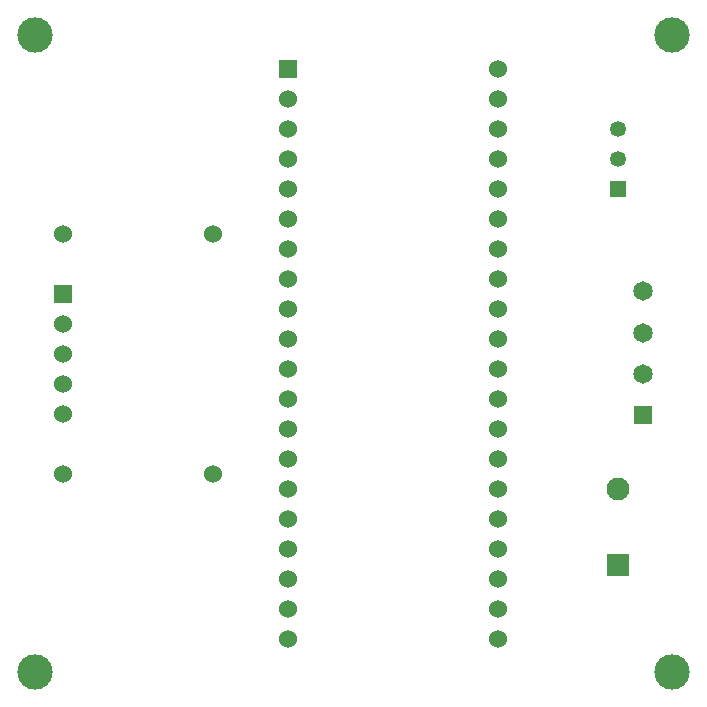
<source format=gbr>
%TF.GenerationSoftware,KiCad,Pcbnew,8.0.8*%
%TF.CreationDate,2025-04-07T19:22:35+01:00*%
%TF.ProjectId,Pico ToF,5069636f-2054-46f4-962e-6b696361645f,rev?*%
%TF.SameCoordinates,Original*%
%TF.FileFunction,Soldermask,Bot*%
%TF.FilePolarity,Negative*%
%FSLAX46Y46*%
G04 Gerber Fmt 4.6, Leading zero omitted, Abs format (unit mm)*
G04 Created by KiCad (PCBNEW 8.0.8) date 2025-04-07 19:22:35*
%MOMM*%
%LPD*%
G01*
G04 APERTURE LIST*
%ADD10R,1.524000X1.524000*%
%ADD11C,1.524000*%
%ADD12R,1.950000X1.950000*%
%ADD13C,1.950000*%
%ADD14R,1.350000X1.350000*%
%ADD15C,1.350000*%
%ADD16R,1.650000X1.650000*%
%ADD17C,1.650000*%
%ADD18C,3.000000*%
G04 APERTURE END LIST*
D10*
%TO.C,U2*%
X124460000Y-55880000D03*
D11*
X124460000Y-58420000D03*
X124460000Y-60960000D03*
X124460000Y-63500000D03*
X124460000Y-66040000D03*
X124460000Y-68580000D03*
X124460000Y-71120000D03*
X124460000Y-73660000D03*
X124460000Y-76200000D03*
X124460000Y-78740000D03*
X124460000Y-81280000D03*
X124460000Y-83820000D03*
X124460000Y-86360000D03*
X124460000Y-88900000D03*
X124460000Y-91440000D03*
X124460000Y-93980000D03*
X124460000Y-96520000D03*
X124460000Y-99060000D03*
X124460000Y-101600000D03*
X124460000Y-104140000D03*
X142240000Y-104140000D03*
X142240000Y-101600000D03*
X142240000Y-99060000D03*
X142240000Y-96520000D03*
X142240000Y-93980000D03*
X142240000Y-91440000D03*
X142240000Y-88900000D03*
X142240000Y-86360000D03*
X142240000Y-83820000D03*
X142240000Y-81280000D03*
X142240000Y-78740000D03*
X142240000Y-76200000D03*
X142240000Y-73660000D03*
X142240000Y-71120000D03*
X142240000Y-68580000D03*
X142240000Y-66040000D03*
X142240000Y-63500000D03*
X142240000Y-60960000D03*
X142240000Y-58420000D03*
X142240000Y-55880000D03*
%TD*%
%TO.C,U1*%
X118110000Y-69850000D03*
X105410000Y-69850000D03*
X118110000Y-90170000D03*
X105410000Y-90170000D03*
D10*
X105410000Y-74930000D03*
D11*
X105410000Y-77470000D03*
X105410000Y-80010000D03*
X105410000Y-82550000D03*
X105410000Y-85090000D03*
%TD*%
D12*
%TO.C,S1*%
X152400000Y-97940000D03*
D13*
X152400000Y-91440000D03*
%TD*%
D14*
%TO.C,PS1*%
X152400000Y-66040000D03*
D15*
X152400000Y-63500000D03*
X152400000Y-60960000D03*
%TD*%
D16*
%TO.C,J1*%
X154500000Y-85229527D03*
D17*
X154500000Y-81729527D03*
X154500000Y-78229527D03*
X154500000Y-74729527D03*
%TD*%
D18*
%TO.C,REF\u002A\u002A*%
X157000000Y-53000000D03*
%TD*%
%TO.C,REF\u002A\u002A*%
X103000000Y-107000000D03*
%TD*%
%TO.C,REF\u002A\u002A*%
X157000000Y-107000000D03*
%TD*%
%TO.C,REF\u002A\u002A*%
X103000000Y-53000000D03*
%TD*%
M02*

</source>
